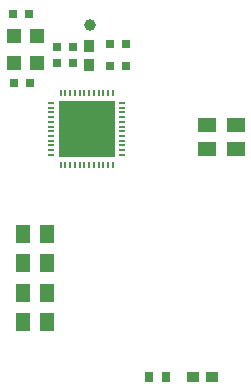
<source format=gtp>
G04 Layer_Color=8421504*
%FSLAX44Y44*%
%MOMM*%
G71*
G01*
G75*
%ADD10R,0.7500X0.8000*%
%ADD11R,0.8000X0.7500*%
%ADD12C,1.0000*%
%ADD13R,0.9500X1.0000*%
%ADD14O,0.2000X0.6500*%
%ADD15O,0.6500X0.2000*%
%ADD16R,4.7000X4.7000*%
%ADD17R,1.3000X1.3000*%
%ADD18R,0.7620X0.8128*%
%ADD19R,1.0000X0.9500*%
%ADD20R,1.6002X1.2700*%
%ADD21R,1.2700X1.6002*%
D10*
X-121500Y73000D02*
D03*
X-108000D02*
D03*
X-108530Y130830D02*
D03*
X-122030D02*
D03*
X-26500Y106000D02*
D03*
X-40000D02*
D03*
Y87000D02*
D03*
X-26500D02*
D03*
D11*
X-85000Y102750D02*
D03*
Y89250D02*
D03*
X-72000Y102750D02*
D03*
Y89250D02*
D03*
D12*
X-57500Y121900D02*
D03*
D13*
X-57700Y88000D02*
D03*
Y104000D02*
D03*
D14*
X-82000Y3500D02*
D03*
X-78000D02*
D03*
X-74000D02*
D03*
X-70000D02*
D03*
X-66000D02*
D03*
X-62000D02*
D03*
X-58000D02*
D03*
X-54000D02*
D03*
X-50000D02*
D03*
X-46000D02*
D03*
X-42000D02*
D03*
X-38000D02*
D03*
Y64000D02*
D03*
X-42000D02*
D03*
X-46000D02*
D03*
X-50000D02*
D03*
X-54000D02*
D03*
X-58000D02*
D03*
X-62000D02*
D03*
X-66000D02*
D03*
X-70000D02*
D03*
X-74000D02*
D03*
X-78000D02*
D03*
X-82000D02*
D03*
D15*
X-29750Y11750D02*
D03*
Y15750D02*
D03*
Y19750D02*
D03*
Y23750D02*
D03*
Y27750D02*
D03*
Y31750D02*
D03*
Y35750D02*
D03*
Y39750D02*
D03*
Y43750D02*
D03*
Y47750D02*
D03*
Y51750D02*
D03*
Y55750D02*
D03*
X-90250D02*
D03*
Y51750D02*
D03*
Y47750D02*
D03*
Y43750D02*
D03*
Y39750D02*
D03*
Y35750D02*
D03*
Y31750D02*
D03*
Y27750D02*
D03*
Y23750D02*
D03*
Y19750D02*
D03*
Y15750D02*
D03*
Y11750D02*
D03*
D16*
X-60000Y33750D02*
D03*
D17*
X-121850Y112500D02*
D03*
Y89500D02*
D03*
X-102150Y112500D02*
D03*
Y89500D02*
D03*
D18*
X6985Y-176250D02*
D03*
X-6985D02*
D03*
D19*
X45730Y-176320D02*
D03*
X29730D02*
D03*
D20*
X66000Y37320D02*
D03*
Y17000D02*
D03*
X42000Y37320D02*
D03*
Y17000D02*
D03*
D21*
X-114160Y-80000D02*
D03*
X-93840D02*
D03*
X-114160Y-105000D02*
D03*
X-93840D02*
D03*
X-114320Y-130000D02*
D03*
X-94000D02*
D03*
X-114000Y-55000D02*
D03*
X-93680D02*
D03*
M02*

</source>
